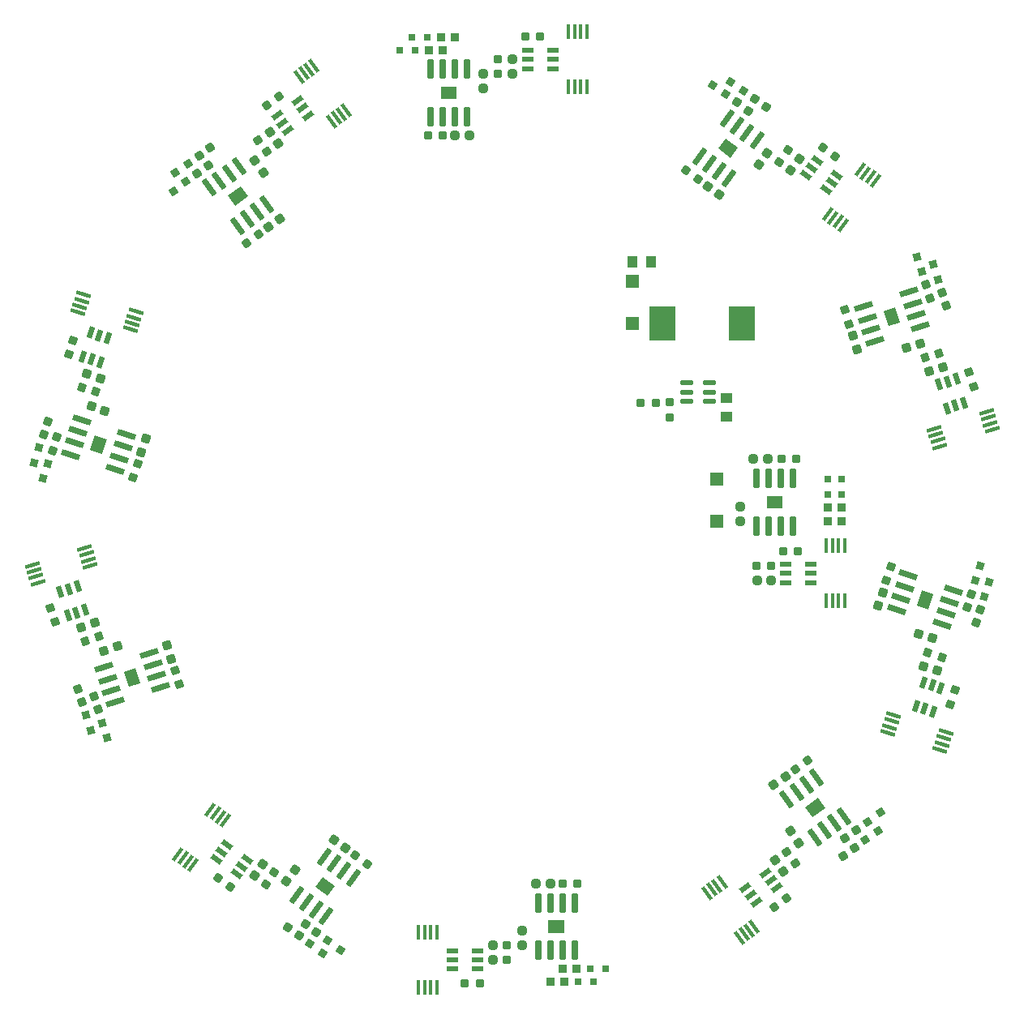
<source format=gtp>
G04*
G04 #@! TF.GenerationSoftware,Altium Limited,Altium Designer,23.3.1 (30)*
G04*
G04 Layer_Color=8421504*
%FSAX44Y44*%
%MOMM*%
G71*
G04*
G04 #@! TF.SameCoordinates,7327C3A3-A75D-4357-90E6-FA600F46672C*
G04*
G04*
G04 #@! TF.FilePolarity,Positive*
G04*
G01*
G75*
G04:AMPARAMS|DCode=16|XSize=1.97mm|YSize=0.6mm|CornerRadius=0.075mm|HoleSize=0mm|Usage=FLASHONLY|Rotation=270.000|XOffset=0mm|YOffset=0mm|HoleType=Round|Shape=RoundedRectangle|*
%AMROUNDEDRECTD16*
21,1,1.9700,0.4500,0,0,270.0*
21,1,1.8200,0.6000,0,0,270.0*
1,1,0.1500,-0.2250,-0.9100*
1,1,0.1500,-0.2250,0.9100*
1,1,0.1500,0.2250,0.9100*
1,1,0.1500,0.2250,-0.9100*
%
%ADD16ROUNDEDRECTD16*%
G04:AMPARAMS|DCode=17|XSize=1.97mm|YSize=0.6mm|CornerRadius=0.075mm|HoleSize=0mm|Usage=FLASHONLY|Rotation=53.903|XOffset=0mm|YOffset=0mm|HoleType=Round|Shape=RoundedRectangle|*
%AMROUNDEDRECTD17*
21,1,1.9700,0.4500,0,0,53.903*
21,1,1.8200,0.6000,0,0,53.903*
1,1,0.1500,0.7179,0.6027*
1,1,0.1500,-0.3543,-0.8679*
1,1,0.1500,-0.7179,-0.6027*
1,1,0.1500,0.3543,0.8679*
%
%ADD17ROUNDEDRECTD17*%
G04:AMPARAMS|DCode=18|XSize=1.97mm|YSize=0.6mm|CornerRadius=0.075mm|HoleSize=0mm|Usage=FLASHONLY|Rotation=17.883|XOffset=0mm|YOffset=0mm|HoleType=Round|Shape=RoundedRectangle|*
%AMROUNDEDRECTD18*
21,1,1.9700,0.4500,0,0,17.883*
21,1,1.8200,0.6000,0,0,17.883*
1,1,0.1500,0.9351,0.0653*
1,1,0.1500,-0.7969,-0.4936*
1,1,0.1500,-0.9351,-0.0653*
1,1,0.1500,0.7969,0.4936*
%
%ADD18ROUNDEDRECTD18*%
G04:AMPARAMS|DCode=19|XSize=1.97mm|YSize=0.6mm|CornerRadius=0.075mm|HoleSize=0mm|Usage=FLASHONLY|Rotation=341.912|XOffset=0mm|YOffset=0mm|HoleType=Round|Shape=RoundedRectangle|*
%AMROUNDEDRECTD19*
21,1,1.9700,0.4500,0,0,341.912*
21,1,1.8200,0.6000,0,0,341.912*
1,1,0.1500,0.7952,-0.4964*
1,1,0.1500,-0.9349,0.0687*
1,1,0.1500,-0.7952,0.4964*
1,1,0.1500,0.9349,-0.0687*
%
%ADD19ROUNDEDRECTD19*%
G04:AMPARAMS|DCode=20|XSize=1.97mm|YSize=0.6mm|CornerRadius=0.075mm|HoleSize=0mm|Usage=FLASHONLY|Rotation=305.897|XOffset=0mm|YOffset=0mm|HoleType=Round|Shape=RoundedRectangle|*
%AMROUNDEDRECTD20*
21,1,1.9700,0.4500,0,0,305.897*
21,1,1.8200,0.6000,0,0,305.897*
1,1,0.1500,0.3513,-0.8691*
1,1,0.1500,-0.7158,0.6052*
1,1,0.1500,-0.3513,0.8691*
1,1,0.1500,0.7158,-0.6052*
%
%ADD20ROUNDEDRECTD20*%
G04:AMPARAMS|DCode=21|XSize=1.97mm|YSize=0.6mm|CornerRadius=0.075mm|HoleSize=0mm|Usage=FLASHONLY|Rotation=197.828|XOffset=0mm|YOffset=0mm|HoleType=Round|Shape=RoundedRectangle|*
%AMROUNDEDRECTD21*
21,1,1.9700,0.4500,0,0,197.828*
21,1,1.8200,0.6000,0,0,197.828*
1,1,0.1500,-0.9352,-0.0644*
1,1,0.1500,0.7974,0.4928*
1,1,0.1500,0.9352,0.0644*
1,1,0.1500,-0.7974,-0.4928*
%
%ADD21ROUNDEDRECTD21*%
G04:AMPARAMS|DCode=22|XSize=1.97mm|YSize=0.6mm|CornerRadius=0.075mm|HoleSize=0mm|Usage=FLASHONLY|Rotation=161.962|XOffset=0mm|YOffset=0mm|HoleType=Round|Shape=RoundedRectangle|*
%AMROUNDEDRECTD22*
21,1,1.9700,0.4500,0,0,161.962*
21,1,1.8200,0.6000,0,0,161.962*
1,1,0.1500,-0.7956,0.4957*
1,1,0.1500,0.9349,-0.0678*
1,1,0.1500,0.7956,-0.4957*
1,1,0.1500,-0.9349,0.0678*
%
%ADD22ROUNDEDRECTD22*%
G04:AMPARAMS|DCode=23|XSize=1.97mm|YSize=0.6mm|CornerRadius=0.075mm|HoleSize=0mm|Usage=FLASHONLY|Rotation=126.021|XOffset=0mm|YOffset=0mm|HoleType=Round|Shape=RoundedRectangle|*
%AMROUNDEDRECTD23*
21,1,1.9700,0.4500,0,0,126.021*
21,1,1.8200,0.6000,0,0,126.021*
1,1,0.1500,-0.3532,0.8683*
1,1,0.1500,0.7171,-0.6037*
1,1,0.1500,0.3532,-0.8683*
1,1,0.1500,-0.7171,0.6037*
%
%ADD23ROUNDEDRECTD23*%
%ADD24R,1.4800X1.4400*%
%ADD25R,0.8000X0.8000*%
G04:AMPARAMS|DCode=26|XSize=0.9mm|YSize=0.9mm|CornerRadius=0.225mm|HoleSize=0mm|Usage=FLASHONLY|Rotation=90.000|XOffset=0mm|YOffset=0mm|HoleType=Round|Shape=RoundedRectangle|*
%AMROUNDEDRECTD26*
21,1,0.9000,0.4500,0,0,90.0*
21,1,0.4500,0.9000,0,0,90.0*
1,1,0.4500,0.2250,0.2250*
1,1,0.4500,0.2250,-0.2250*
1,1,0.4500,-0.2250,-0.2250*
1,1,0.4500,-0.2250,0.2250*
%
%ADD26ROUNDEDRECTD26*%
G04:AMPARAMS|DCode=27|XSize=0.9mm|YSize=0.9mm|CornerRadius=0.225mm|HoleSize=0mm|Usage=FLASHONLY|Rotation=216.021|XOffset=0mm|YOffset=0mm|HoleType=Round|Shape=RoundedRectangle|*
%AMROUNDEDRECTD27*
21,1,0.9000,0.4500,0,0,216.021*
21,1,0.4500,0.9000,0,0,216.021*
1,1,0.4500,-0.3143,0.0497*
1,1,0.4500,0.0497,0.3143*
1,1,0.4500,0.3143,-0.0497*
1,1,0.4500,-0.0497,-0.3143*
%
%ADD27ROUNDEDRECTD27*%
%ADD28P,1.1314X4X261.021*%
%ADD29R,0.8000X0.8000*%
G04:AMPARAMS|DCode=30|XSize=0.9mm|YSize=0.9mm|CornerRadius=0.225mm|HoleSize=0mm|Usage=FLASHONLY|Rotation=180.000|XOffset=0mm|YOffset=0mm|HoleType=Round|Shape=RoundedRectangle|*
%AMROUNDEDRECTD30*
21,1,0.9000,0.4500,0,0,180.0*
21,1,0.4500,0.9000,0,0,180.0*
1,1,0.4500,-0.2250,0.2250*
1,1,0.4500,0.2250,0.2250*
1,1,0.4500,0.2250,-0.2250*
1,1,0.4500,-0.2250,-0.2250*
%
%ADD30ROUNDEDRECTD30*%
%ADD31P,1.1314X4X188.903*%
G04:AMPARAMS|DCode=32|XSize=0.9mm|YSize=0.9mm|CornerRadius=0.225mm|HoleSize=0mm|Usage=FLASHONLY|Rotation=143.903|XOffset=0mm|YOffset=0mm|HoleType=Round|Shape=RoundedRectangle|*
%AMROUNDEDRECTD32*
21,1,0.9000,0.4500,0,0,143.903*
21,1,0.4500,0.9000,0,0,143.903*
1,1,0.4500,-0.0493,0.3144*
1,1,0.4500,0.3144,0.0493*
1,1,0.4500,0.0493,-0.3144*
1,1,0.4500,-0.3144,-0.0493*
%
%ADD32ROUNDEDRECTD32*%
%ADD33P,1.1314X4X152.883*%
G04:AMPARAMS|DCode=34|XSize=0.9mm|YSize=0.9mm|CornerRadius=0.225mm|HoleSize=0mm|Usage=FLASHONLY|Rotation=107.883|XOffset=0mm|YOffset=0mm|HoleType=Round|Shape=RoundedRectangle|*
%AMROUNDEDRECTD34*
21,1,0.9000,0.4500,0,0,107.883*
21,1,0.4500,0.9000,0,0,107.883*
1,1,0.4500,0.1450,0.2832*
1,1,0.4500,0.2832,-0.1450*
1,1,0.4500,-0.1450,-0.2832*
1,1,0.4500,-0.2832,0.1450*
%
%ADD34ROUNDEDRECTD34*%
%ADD35P,1.1314X4X116.912*%
G04:AMPARAMS|DCode=36|XSize=0.9mm|YSize=0.9mm|CornerRadius=0.225mm|HoleSize=0mm|Usage=FLASHONLY|Rotation=71.912|XOffset=0mm|YOffset=0mm|HoleType=Round|Shape=RoundedRectangle|*
%AMROUNDEDRECTD36*
21,1,0.9000,0.4500,0,0,71.912*
21,1,0.4500,0.9000,0,0,71.912*
1,1,0.4500,0.2837,0.1440*
1,1,0.4500,0.1440,-0.2837*
1,1,0.4500,-0.2837,-0.1440*
1,1,0.4500,-0.1440,0.2837*
%
%ADD36ROUNDEDRECTD36*%
%ADD37P,1.1314X4X80.897*%
G04:AMPARAMS|DCode=38|XSize=0.9mm|YSize=0.9mm|CornerRadius=0.225mm|HoleSize=0mm|Usage=FLASHONLY|Rotation=35.897|XOffset=0mm|YOffset=0mm|HoleType=Round|Shape=RoundedRectangle|*
%AMROUNDEDRECTD38*
21,1,0.9000,0.4500,0,0,35.897*
21,1,0.4500,0.9000,0,0,35.897*
1,1,0.4500,0.3142,-0.0503*
1,1,0.4500,-0.0503,-0.3142*
1,1,0.4500,-0.3142,0.0503*
1,1,0.4500,0.0503,0.3142*
%
%ADD38ROUNDEDRECTD38*%
%ADD39P,1.1314X4X332.828*%
G04:AMPARAMS|DCode=40|XSize=0.9mm|YSize=0.9mm|CornerRadius=0.225mm|HoleSize=0mm|Usage=FLASHONLY|Rotation=287.828|XOffset=0mm|YOffset=0mm|HoleType=Round|Shape=RoundedRectangle|*
%AMROUNDEDRECTD40*
21,1,0.9000,0.4500,0,0,287.828*
21,1,0.4500,0.9000,0,0,287.828*
1,1,0.4500,-0.1453,-0.2831*
1,1,0.4500,-0.2831,0.1453*
1,1,0.4500,0.1453,0.2831*
1,1,0.4500,0.2831,-0.1453*
%
%ADD40ROUNDEDRECTD40*%
%ADD41P,1.1314X4X296.962*%
G04:AMPARAMS|DCode=42|XSize=0.9mm|YSize=0.9mm|CornerRadius=0.225mm|HoleSize=0mm|Usage=FLASHONLY|Rotation=251.962|XOffset=0mm|YOffset=0mm|HoleType=Round|Shape=RoundedRectangle|*
%AMROUNDEDRECTD42*
21,1,0.9000,0.4500,0,0,251.962*
21,1,0.4500,0.9000,0,0,251.962*
1,1,0.4500,-0.2836,-0.1443*
1,1,0.4500,-0.1443,0.2836*
1,1,0.4500,0.2836,0.1443*
1,1,0.4500,0.1443,-0.2836*
%
%ADD42ROUNDEDRECTD42*%
G04:AMPARAMS|DCode=43|XSize=1.37mm|YSize=0.59mm|CornerRadius=0.1475mm|HoleSize=0mm|Usage=FLASHONLY|Rotation=0.000|XOffset=0mm|YOffset=0mm|HoleType=Round|Shape=RoundedRectangle|*
%AMROUNDEDRECTD43*
21,1,1.3700,0.2950,0,0,0.0*
21,1,1.0750,0.5900,0,0,0.0*
1,1,0.2950,0.5375,-0.1475*
1,1,0.2950,-0.5375,-0.1475*
1,1,0.2950,-0.5375,0.1475*
1,1,0.2950,0.5375,0.1475*
%
%ADD43ROUNDEDRECTD43*%
%ADD44R,2.7000X3.6000*%
G04:AMPARAMS|DCode=45|XSize=0.55mm|YSize=1.2mm|CornerRadius=0mm|HoleSize=0mm|Usage=FLASHONLY|Rotation=197.828|XOffset=0mm|YOffset=0mm|HoleType=Round|Shape=Rectangle|*
%AMROTATEDRECTD45*
4,1,4,0.0781,0.6554,0.4455,-0.4870,-0.0781,-0.6554,-0.4455,0.4870,0.0781,0.6554,0.0*
%
%ADD45ROTATEDRECTD45*%

G04:AMPARAMS|DCode=46|XSize=0.9mm|YSize=0.85mm|CornerRadius=0.2125mm|HoleSize=0mm|Usage=FLASHONLY|Rotation=197.828|XOffset=0mm|YOffset=0mm|HoleType=Round|Shape=RoundedRectangle|*
%AMROUNDEDRECTD46*
21,1,0.9000,0.4250,0,0,197.828*
21,1,0.4750,0.8500,0,0,197.828*
1,1,0.4250,-0.2912,0.1296*
1,1,0.4250,0.1610,0.2750*
1,1,0.4250,0.2912,-0.1296*
1,1,0.4250,-0.1610,-0.2750*
%
%ADD46ROUNDEDRECTD46*%
G04:AMPARAMS|DCode=47|XSize=0.9mm|YSize=0.85mm|CornerRadius=0.2125mm|HoleSize=0mm|Usage=FLASHONLY|Rotation=107.828|XOffset=0mm|YOffset=0mm|HoleType=Round|Shape=RoundedRectangle|*
%AMROUNDEDRECTD47*
21,1,0.9000,0.4250,0,0,107.828*
21,1,0.4750,0.8500,0,0,107.828*
1,1,0.4250,0.1296,0.2912*
1,1,0.4250,0.2750,-0.1610*
1,1,0.4250,-0.1296,-0.2912*
1,1,0.4250,-0.2750,0.1610*
%
%ADD47ROUNDEDRECTD47*%
G04:AMPARAMS|DCode=48|XSize=0.38mm|YSize=1.56mm|CornerRadius=0mm|HoleSize=0mm|Usage=FLASHONLY|Rotation=287.828|XOffset=0mm|YOffset=0mm|HoleType=Round|Shape=Rectangle|*
%AMROTATEDRECTD48*
4,1,4,-0.8007,-0.0579,0.6844,0.4197,0.8007,0.0579,-0.6844,-0.4197,-0.8007,-0.0579,0.0*
%
%ADD48ROTATEDRECTD48*%

G04:AMPARAMS|DCode=49|XSize=0.95mm|YSize=0.95mm|CornerRadius=0.2375mm|HoleSize=0mm|Usage=FLASHONLY|Rotation=287.828|XOffset=0mm|YOffset=0mm|HoleType=Round|Shape=RoundedRectangle|*
%AMROUNDEDRECTD49*
21,1,0.9500,0.4750,0,0,287.828*
21,1,0.4750,0.9500,0,0,287.828*
1,1,0.4750,-0.1534,-0.2988*
1,1,0.4750,-0.2988,0.1534*
1,1,0.4750,0.1534,0.2988*
1,1,0.4750,0.2988,-0.1534*
%
%ADD49ROUNDEDRECTD49*%
G04:AMPARAMS|DCode=50|XSize=0.95mm|YSize=0.95mm|CornerRadius=0.2375mm|HoleSize=0mm|Usage=FLASHONLY|Rotation=197.828|XOffset=0mm|YOffset=0mm|HoleType=Round|Shape=RoundedRectangle|*
%AMROUNDEDRECTD50*
21,1,0.9500,0.4750,0,0,197.828*
21,1,0.4750,0.9500,0,0,197.828*
1,1,0.4750,-0.2988,0.1534*
1,1,0.4750,0.1534,0.2988*
1,1,0.4750,0.2988,-0.1534*
1,1,0.4750,-0.1534,-0.2988*
%
%ADD50ROUNDEDRECTD50*%
G04:AMPARAMS|DCode=51|XSize=0.38mm|YSize=1.56mm|CornerRadius=0mm|HoleSize=0mm|Usage=FLASHONLY|Rotation=323.903|XOffset=0mm|YOffset=0mm|HoleType=Round|Shape=Rectangle|*
%AMROTATEDRECTD51*
4,1,4,-0.6131,-0.5183,0.3060,0.7422,0.6131,0.5183,-0.3060,-0.7422,-0.6131,-0.5183,0.0*
%
%ADD51ROTATEDRECTD51*%

G04:AMPARAMS|DCode=52|XSize=0.9mm|YSize=0.85mm|CornerRadius=0.2125mm|HoleSize=0mm|Usage=FLASHONLY|Rotation=233.903|XOffset=0mm|YOffset=0mm|HoleType=Round|Shape=RoundedRectangle|*
%AMROUNDEDRECTD52*
21,1,0.9000,0.4250,0,0,233.903*
21,1,0.4750,0.8500,0,0,233.903*
1,1,0.4250,-0.3116,-0.0667*
1,1,0.4250,-0.0318,0.3171*
1,1,0.4250,0.3116,0.0667*
1,1,0.4250,0.0318,-0.3171*
%
%ADD52ROUNDEDRECTD52*%
G04:AMPARAMS|DCode=53|XSize=0.9mm|YSize=0.85mm|CornerRadius=0.2125mm|HoleSize=0mm|Usage=FLASHONLY|Rotation=143.903|XOffset=0mm|YOffset=0mm|HoleType=Round|Shape=RoundedRectangle|*
%AMROUNDEDRECTD53*
21,1,0.9000,0.4250,0,0,143.903*
21,1,0.4750,0.8500,0,0,143.903*
1,1,0.4250,-0.0667,0.3116*
1,1,0.4250,0.3171,0.0318*
1,1,0.4250,0.0667,-0.3116*
1,1,0.4250,-0.3171,-0.0318*
%
%ADD53ROUNDEDRECTD53*%
G04:AMPARAMS|DCode=54|XSize=0.55mm|YSize=1.2mm|CornerRadius=0mm|HoleSize=0mm|Usage=FLASHONLY|Rotation=233.903|XOffset=0mm|YOffset=0mm|HoleType=Round|Shape=Rectangle|*
%AMROTATEDRECTD54*
4,1,4,-0.3228,0.5757,0.6468,-0.1313,0.3228,-0.5757,-0.6468,0.1313,-0.3228,0.5757,0.0*
%
%ADD54ROTATEDRECTD54*%

G04:AMPARAMS|DCode=55|XSize=0.95mm|YSize=0.95mm|CornerRadius=0.2375mm|HoleSize=0mm|Usage=FLASHONLY|Rotation=233.903|XOffset=0mm|YOffset=0mm|HoleType=Round|Shape=RoundedRectangle|*
%AMROUNDEDRECTD55*
21,1,0.9500,0.4750,0,0,233.903*
21,1,0.4750,0.9500,0,0,233.903*
1,1,0.4750,-0.3318,-0.0520*
1,1,0.4750,-0.0520,0.3318*
1,1,0.4750,0.3318,0.0520*
1,1,0.4750,0.0520,-0.3318*
%
%ADD55ROUNDEDRECTD55*%
G04:AMPARAMS|DCode=56|XSize=0.95mm|YSize=0.95mm|CornerRadius=0.2375mm|HoleSize=0mm|Usage=FLASHONLY|Rotation=323.903|XOffset=0mm|YOffset=0mm|HoleType=Round|Shape=RoundedRectangle|*
%AMROUNDEDRECTD56*
21,1,0.9500,0.4750,0,0,323.903*
21,1,0.4750,0.9500,0,0,323.903*
1,1,0.4750,0.0520,-0.3318*
1,1,0.4750,-0.3318,-0.0520*
1,1,0.4750,-0.0520,0.3318*
1,1,0.4750,0.3318,0.0520*
%
%ADD56ROUNDEDRECTD56*%
G04:AMPARAMS|DCode=57|XSize=0.95mm|YSize=0.95mm|CornerRadius=0.2375mm|HoleSize=0mm|Usage=FLASHONLY|Rotation=323.903|XOffset=0mm|YOffset=0mm|HoleType=Round|Shape=RoundedRectangle|*
%AMROUNDEDRECTD57*
21,1,0.9500,0.4750,0,0,323.903*
21,1,0.4750,0.9500,0,0,323.903*
1,1,0.4750,0.0520,-0.3318*
1,1,0.4750,-0.3318,-0.0520*
1,1,0.4750,-0.0520,0.3318*
1,1,0.4750,0.3318,0.0520*
%
%ADD57ROUNDEDRECTD57*%
G04:AMPARAMS|DCode=58|XSize=0.38mm|YSize=1.56mm|CornerRadius=0mm|HoleSize=0mm|Usage=FLASHONLY|Rotation=35.897|XOffset=0mm|YOffset=0mm|HoleType=Round|Shape=Rectangle|*
%AMROTATEDRECTD58*
4,1,4,0.3034,-0.7433,-0.6113,0.5204,-0.3034,0.7433,0.6113,-0.5204,0.3034,-0.7433,0.0*
%
%ADD58ROTATEDRECTD58*%

G04:AMPARAMS|DCode=59|XSize=0.55mm|YSize=1.2mm|CornerRadius=0mm|HoleSize=0mm|Usage=FLASHONLY|Rotation=305.897|XOffset=0mm|YOffset=0mm|HoleType=Round|Shape=Rectangle|*
%AMROTATEDRECTD59*
4,1,4,-0.6473,-0.1290,0.3248,0.5746,0.6473,0.1290,-0.3248,-0.5746,-0.6473,-0.1290,0.0*
%
%ADD59ROTATEDRECTD59*%

G04:AMPARAMS|DCode=60|XSize=0.95mm|YSize=0.95mm|CornerRadius=0.2375mm|HoleSize=0mm|Usage=FLASHONLY|Rotation=305.897|XOffset=0mm|YOffset=0mm|HoleType=Round|Shape=RoundedRectangle|*
%AMROUNDEDRECTD60*
21,1,0.9500,0.4750,0,0,305.897*
21,1,0.4750,0.9500,0,0,305.897*
1,1,0.4750,-0.0531,-0.3317*
1,1,0.4750,-0.3317,0.0531*
1,1,0.4750,0.0531,0.3317*
1,1,0.4750,0.3317,-0.0531*
%
%ADD60ROUNDEDRECTD60*%
G04:AMPARAMS|DCode=61|XSize=0.9mm|YSize=0.85mm|CornerRadius=0.2125mm|HoleSize=0mm|Usage=FLASHONLY|Rotation=305.897|XOffset=0mm|YOffset=0mm|HoleType=Round|Shape=RoundedRectangle|*
%AMROUNDEDRECTD61*
21,1,0.9000,0.4250,0,0,305.897*
21,1,0.4750,0.8500,0,0,305.897*
1,1,0.4250,-0.0329,-0.3170*
1,1,0.4250,-0.3114,0.0678*
1,1,0.4250,0.0329,0.3170*
1,1,0.4250,0.3114,-0.0678*
%
%ADD61ROUNDEDRECTD61*%
G04:AMPARAMS|DCode=62|XSize=0.95mm|YSize=0.95mm|CornerRadius=0.2375mm|HoleSize=0mm|Usage=FLASHONLY|Rotation=35.897|XOffset=0mm|YOffset=0mm|HoleType=Round|Shape=RoundedRectangle|*
%AMROUNDEDRECTD62*
21,1,0.9500,0.4750,0,0,35.897*
21,1,0.4750,0.9500,0,0,35.897*
1,1,0.4750,0.3317,-0.0531*
1,1,0.4750,-0.0531,-0.3317*
1,1,0.4750,-0.3317,0.0531*
1,1,0.4750,0.0531,0.3317*
%
%ADD62ROUNDEDRECTD62*%
G04:AMPARAMS|DCode=63|XSize=0.9mm|YSize=0.85mm|CornerRadius=0.2125mm|HoleSize=0mm|Usage=FLASHONLY|Rotation=215.897|XOffset=0mm|YOffset=0mm|HoleType=Round|Shape=RoundedRectangle|*
%AMROUNDEDRECTD63*
21,1,0.9000,0.4250,0,0,215.897*
21,1,0.4750,0.8500,0,0,215.897*
1,1,0.4250,-0.3170,0.0329*
1,1,0.4250,0.0678,0.3114*
1,1,0.4250,0.3170,-0.0329*
1,1,0.4250,-0.0678,-0.3114*
%
%ADD63ROUNDEDRECTD63*%
G04:AMPARAMS|DCode=64|XSize=0.95mm|YSize=0.95mm|CornerRadius=0.2375mm|HoleSize=0mm|Usage=FLASHONLY|Rotation=35.897|XOffset=0mm|YOffset=0mm|HoleType=Round|Shape=RoundedRectangle|*
%AMROUNDEDRECTD64*
21,1,0.9500,0.4750,0,0,35.897*
21,1,0.4750,0.9500,0,0,35.897*
1,1,0.4750,0.3317,-0.0531*
1,1,0.4750,-0.0531,-0.3317*
1,1,0.4750,-0.3317,0.0531*
1,1,0.4750,0.0531,0.3317*
%
%ADD64ROUNDEDRECTD64*%
G04:AMPARAMS|DCode=65|XSize=0.95mm|YSize=0.95mm|CornerRadius=0.2375mm|HoleSize=0mm|Usage=FLASHONLY|Rotation=126.021|XOffset=0mm|YOffset=0mm|HoleType=Round|Shape=RoundedRectangle|*
%AMROUNDEDRECTD65*
21,1,0.9500,0.4750,0,0,126.021*
21,1,0.4750,0.9500,0,0,126.021*
1,1,0.4750,0.0524,0.3318*
1,1,0.4750,0.3318,-0.0524*
1,1,0.4750,-0.0524,-0.3318*
1,1,0.4750,-0.3318,0.0524*
%
%ADD65ROUNDEDRECTD65*%
G04:AMPARAMS|DCode=66|XSize=0.9mm|YSize=0.85mm|CornerRadius=0.2125mm|HoleSize=0mm|Usage=FLASHONLY|Rotation=126.021|XOffset=0mm|YOffset=0mm|HoleType=Round|Shape=RoundedRectangle|*
%AMROUNDEDRECTD66*
21,1,0.9000,0.4250,0,0,126.021*
21,1,0.4750,0.8500,0,0,126.021*
1,1,0.4250,0.0322,0.3171*
1,1,0.4250,0.3115,-0.0671*
1,1,0.4250,-0.0322,-0.3171*
1,1,0.4250,-0.3115,0.0671*
%
%ADD66ROUNDEDRECTD66*%
G04:AMPARAMS|DCode=67|XSize=0.95mm|YSize=0.95mm|CornerRadius=0.2375mm|HoleSize=0mm|Usage=FLASHONLY|Rotation=216.021|XOffset=0mm|YOffset=0mm|HoleType=Round|Shape=RoundedRectangle|*
%AMROUNDEDRECTD67*
21,1,0.9500,0.4750,0,0,216.021*
21,1,0.4750,0.9500,0,0,216.021*
1,1,0.4750,-0.3318,0.0524*
1,1,0.4750,0.0524,0.3318*
1,1,0.4750,0.3318,-0.0524*
1,1,0.4750,-0.0524,-0.3318*
%
%ADD67ROUNDEDRECTD67*%
G04:AMPARAMS|DCode=68|XSize=0.55mm|YSize=1.2mm|CornerRadius=0mm|HoleSize=0mm|Usage=FLASHONLY|Rotation=126.021|XOffset=0mm|YOffset=0mm|HoleType=Round|Shape=Rectangle|*
%AMROTATEDRECTD68*
4,1,4,0.6470,0.1304,-0.3236,-0.5753,-0.6470,-0.1304,0.3236,0.5753,0.6470,0.1304,0.0*
%
%ADD68ROTATEDRECTD68*%

G04:AMPARAMS|DCode=69|XSize=0.9mm|YSize=0.85mm|CornerRadius=0.2125mm|HoleSize=0mm|Usage=FLASHONLY|Rotation=36.021|XOffset=0mm|YOffset=0mm|HoleType=Round|Shape=RoundedRectangle|*
%AMROUNDEDRECTD69*
21,1,0.9000,0.4250,0,0,36.021*
21,1,0.4750,0.8500,0,0,36.021*
1,1,0.4250,0.3171,-0.0322*
1,1,0.4250,-0.0671,-0.3115*
1,1,0.4250,-0.3171,0.0322*
1,1,0.4250,0.0671,0.3115*
%
%ADD69ROUNDEDRECTD69*%
G04:AMPARAMS|DCode=70|XSize=0.38mm|YSize=1.56mm|CornerRadius=0mm|HoleSize=0mm|Usage=FLASHONLY|Rotation=216.021|XOffset=0mm|YOffset=0mm|HoleType=Round|Shape=Rectangle|*
%AMROTATEDRECTD70*
4,1,4,-0.3050,0.7426,0.6124,-0.5191,0.3050,-0.7426,-0.6124,0.5191,-0.3050,0.7426,0.0*
%
%ADD70ROTATEDRECTD70*%

%ADD71R,0.3800X1.5600*%
%ADD72R,1.2000X0.5500*%
G04:AMPARAMS|DCode=73|XSize=0.9mm|YSize=0.85mm|CornerRadius=0.2125mm|HoleSize=0mm|Usage=FLASHONLY|Rotation=270.000|XOffset=0mm|YOffset=0mm|HoleType=Round|Shape=RoundedRectangle|*
%AMROUNDEDRECTD73*
21,1,0.9000,0.4250,0,0,270.0*
21,1,0.4750,0.8500,0,0,270.0*
1,1,0.4250,-0.2125,-0.2375*
1,1,0.4250,-0.2125,0.2375*
1,1,0.4250,0.2125,0.2375*
1,1,0.4250,0.2125,-0.2375*
%
%ADD73ROUNDEDRECTD73*%
G04:AMPARAMS|DCode=74|XSize=0.95mm|YSize=0.95mm|CornerRadius=0.2375mm|HoleSize=0mm|Usage=FLASHONLY|Rotation=270.000|XOffset=0mm|YOffset=0mm|HoleType=Round|Shape=RoundedRectangle|*
%AMROUNDEDRECTD74*
21,1,0.9500,0.4750,0,0,270.0*
21,1,0.4750,0.9500,0,0,270.0*
1,1,0.4750,-0.2375,-0.2375*
1,1,0.4750,-0.2375,0.2375*
1,1,0.4750,0.2375,0.2375*
1,1,0.4750,0.2375,-0.2375*
%
%ADD74ROUNDEDRECTD74*%
G04:AMPARAMS|DCode=75|XSize=0.95mm|YSize=0.95mm|CornerRadius=0.2375mm|HoleSize=0mm|Usage=FLASHONLY|Rotation=0.000|XOffset=0mm|YOffset=0mm|HoleType=Round|Shape=RoundedRectangle|*
%AMROUNDEDRECTD75*
21,1,0.9500,0.4750,0,0,0.0*
21,1,0.4750,0.9500,0,0,0.0*
1,1,0.4750,0.2375,-0.2375*
1,1,0.4750,-0.2375,-0.2375*
1,1,0.4750,-0.2375,0.2375*
1,1,0.4750,0.2375,0.2375*
%
%ADD75ROUNDEDRECTD75*%
G04:AMPARAMS|DCode=76|XSize=0.9mm|YSize=0.85mm|CornerRadius=0.2125mm|HoleSize=0mm|Usage=FLASHONLY|Rotation=180.000|XOffset=0mm|YOffset=0mm|HoleType=Round|Shape=RoundedRectangle|*
%AMROUNDEDRECTD76*
21,1,0.9000,0.4250,0,0,180.0*
21,1,0.4750,0.8500,0,0,180.0*
1,1,0.4250,-0.2375,0.2125*
1,1,0.4250,0.2375,0.2125*
1,1,0.4250,0.2375,-0.2125*
1,1,0.4250,-0.2375,-0.2125*
%
%ADD76ROUNDEDRECTD76*%
G04:AMPARAMS|DCode=77|XSize=0.38mm|YSize=1.56mm|CornerRadius=0mm|HoleSize=0mm|Usage=FLASHONLY|Rotation=107.883|XOffset=0mm|YOffset=0mm|HoleType=Round|Shape=Rectangle|*
%AMROTATEDRECTD77*
4,1,4,0.8007,0.0587,-0.6840,-0.4203,-0.8007,-0.0587,0.6840,0.4203,0.8007,0.0587,0.0*
%
%ADD77ROTATEDRECTD77*%

G04:AMPARAMS|DCode=78|XSize=0.38mm|YSize=1.56mm|CornerRadius=0mm|HoleSize=0mm|Usage=FLASHONLY|Rotation=71.912|XOffset=0mm|YOffset=0mm|HoleType=Round|Shape=Rectangle|*
%AMROTATEDRECTD78*
4,1,4,0.6825,-0.4228,-0.8005,0.0616,-0.6825,0.4228,0.8005,-0.0616,0.6825,-0.4228,0.0*
%
%ADD78ROTATEDRECTD78*%

G04:AMPARAMS|DCode=79|XSize=0.38mm|YSize=1.56mm|CornerRadius=0mm|HoleSize=0mm|Usage=FLASHONLY|Rotation=251.962|XOffset=0mm|YOffset=0mm|HoleType=Round|Shape=Rectangle|*
%AMROTATEDRECTD79*
4,1,4,-0.6828,0.4222,0.8005,-0.0609,0.6828,-0.4222,-0.8005,0.0609,-0.6828,0.4222,0.0*
%
%ADD79ROTATEDRECTD79*%

%ADD80R,1.0000X1.2500*%
G04:AMPARAMS|DCode=81|XSize=0.95mm|YSize=0.95mm|CornerRadius=0.2375mm|HoleSize=0mm|Usage=FLASHONLY|Rotation=17.883|XOffset=0mm|YOffset=0mm|HoleType=Round|Shape=RoundedRectangle|*
%AMROUNDEDRECTD81*
21,1,0.9500,0.4750,0,0,17.883*
21,1,0.4750,0.9500,0,0,17.883*
1,1,0.4750,0.2990,-0.1531*
1,1,0.4750,-0.1531,-0.2990*
1,1,0.4750,-0.2990,0.1531*
1,1,0.4750,0.1531,0.2990*
%
%ADD81ROUNDEDRECTD81*%
G04:AMPARAMS|DCode=82|XSize=0.9mm|YSize=0.85mm|CornerRadius=0.2125mm|HoleSize=0mm|Usage=FLASHONLY|Rotation=17.883|XOffset=0mm|YOffset=0mm|HoleType=Round|Shape=RoundedRectangle|*
%AMROUNDEDRECTD82*
21,1,0.9000,0.4250,0,0,17.883*
21,1,0.4750,0.8500,0,0,17.883*
1,1,0.4250,0.2913,-0.1293*
1,1,0.4250,-0.1608,-0.2752*
1,1,0.4250,-0.2913,0.1293*
1,1,0.4250,0.1608,0.2752*
%
%ADD82ROUNDEDRECTD82*%
G04:AMPARAMS|DCode=83|XSize=0.55mm|YSize=1.2mm|CornerRadius=0mm|HoleSize=0mm|Usage=FLASHONLY|Rotation=17.883|XOffset=0mm|YOffset=0mm|HoleType=Round|Shape=Rectangle|*
%AMROTATEDRECTD83*
4,1,4,-0.0775,-0.6555,-0.4460,0.4866,0.0775,0.6555,0.4460,-0.4866,-0.0775,-0.6555,0.0*
%
%ADD83ROTATEDRECTD83*%

G04:AMPARAMS|DCode=84|XSize=0.95mm|YSize=0.95mm|CornerRadius=0.2375mm|HoleSize=0mm|Usage=FLASHONLY|Rotation=107.883|XOffset=0mm|YOffset=0mm|HoleType=Round|Shape=RoundedRectangle|*
%AMROUNDEDRECTD84*
21,1,0.9500,0.4750,0,0,107.883*
21,1,0.4750,0.9500,0,0,107.883*
1,1,0.4750,0.1531,0.2990*
1,1,0.4750,0.2990,-0.1531*
1,1,0.4750,-0.1531,-0.2990*
1,1,0.4750,-0.2990,0.1531*
%
%ADD84ROUNDEDRECTD84*%
G04:AMPARAMS|DCode=85|XSize=0.9mm|YSize=0.85mm|CornerRadius=0.2125mm|HoleSize=0mm|Usage=FLASHONLY|Rotation=287.883|XOffset=0mm|YOffset=0mm|HoleType=Round|Shape=RoundedRectangle|*
%AMROUNDEDRECTD85*
21,1,0.9000,0.4250,0,0,287.883*
21,1,0.4750,0.8500,0,0,287.883*
1,1,0.4250,-0.1293,-0.2913*
1,1,0.4250,-0.2752,0.1608*
1,1,0.4250,0.1293,0.2913*
1,1,0.4250,0.2752,-0.1608*
%
%ADD85ROUNDEDRECTD85*%
G04:AMPARAMS|DCode=86|XSize=0.95mm|YSize=0.95mm|CornerRadius=0.2375mm|HoleSize=0mm|Usage=FLASHONLY|Rotation=107.883|XOffset=0mm|YOffset=0mm|HoleType=Round|Shape=RoundedRectangle|*
%AMROUNDEDRECTD86*
21,1,0.9500,0.4750,0,0,107.883*
21,1,0.4750,0.9500,0,0,107.883*
1,1,0.4750,0.1531,0.2990*
1,1,0.4750,0.2990,-0.1531*
1,1,0.4750,-0.1531,-0.2990*
1,1,0.4750,-0.2990,0.1531*
%
%ADD86ROUNDEDRECTD86*%
G04:AMPARAMS|DCode=87|XSize=0.95mm|YSize=0.95mm|CornerRadius=0.2375mm|HoleSize=0mm|Usage=FLASHONLY|Rotation=251.962|XOffset=0mm|YOffset=0mm|HoleType=Round|Shape=RoundedRectangle|*
%AMROUNDEDRECTD87*
21,1,0.9500,0.4750,0,0,251.962*
21,1,0.4750,0.9500,0,0,251.962*
1,1,0.4750,-0.2994,-0.1523*
1,1,0.4750,-0.1523,0.2994*
1,1,0.4750,0.2994,0.1523*
1,1,0.4750,0.1523,-0.2994*
%
%ADD87ROUNDEDRECTD87*%
G04:AMPARAMS|DCode=88|XSize=0.55mm|YSize=1.2mm|CornerRadius=0mm|HoleSize=0mm|Usage=FLASHONLY|Rotation=161.962|XOffset=0mm|YOffset=0mm|HoleType=Round|Shape=Rectangle|*
%AMROTATEDRECTD88*
4,1,4,0.4473,0.4854,0.0757,-0.6557,-0.4473,-0.4854,-0.0757,0.6557,0.4473,0.4854,0.0*
%
%ADD88ROTATEDRECTD88*%

G04:AMPARAMS|DCode=89|XSize=0.9mm|YSize=0.85mm|CornerRadius=0.2125mm|HoleSize=0mm|Usage=FLASHONLY|Rotation=161.962|XOffset=0mm|YOffset=0mm|HoleType=Round|Shape=RoundedRectangle|*
%AMROUNDEDRECTD89*
21,1,0.9000,0.4250,0,0,161.962*
21,1,0.4750,0.8500,0,0,161.962*
1,1,0.4250,-0.1600,0.2756*
1,1,0.4250,0.2916,0.1285*
1,1,0.4250,0.1600,-0.2756*
1,1,0.4250,-0.2916,-0.1285*
%
%ADD89ROUNDEDRECTD89*%
G04:AMPARAMS|DCode=90|XSize=0.9mm|YSize=0.85mm|CornerRadius=0.2125mm|HoleSize=0mm|Usage=FLASHONLY|Rotation=71.962|XOffset=0mm|YOffset=0mm|HoleType=Round|Shape=RoundedRectangle|*
%AMROUNDEDRECTD90*
21,1,0.9000,0.4250,0,0,71.962*
21,1,0.4750,0.8500,0,0,71.962*
1,1,0.4250,0.2756,0.1600*
1,1,0.4250,0.1285,-0.2916*
1,1,0.4250,-0.2756,-0.1600*
1,1,0.4250,-0.1285,0.2916*
%
%ADD90ROUNDEDRECTD90*%
G04:AMPARAMS|DCode=91|XSize=0.95mm|YSize=0.95mm|CornerRadius=0.2375mm|HoleSize=0mm|Usage=FLASHONLY|Rotation=161.962|XOffset=0mm|YOffset=0mm|HoleType=Round|Shape=RoundedRectangle|*
%AMROUNDEDRECTD91*
21,1,0.9500,0.4750,0,0,161.962*
21,1,0.4750,0.9500,0,0,161.962*
1,1,0.4750,-0.1523,0.2994*
1,1,0.4750,0.2994,0.1523*
1,1,0.4750,0.1523,-0.2994*
1,1,0.4750,-0.2994,-0.1523*
%
%ADD91ROUNDEDRECTD91*%
G04:AMPARAMS|DCode=92|XSize=0.9mm|YSize=0.85mm|CornerRadius=0.2125mm|HoleSize=0mm|Usage=FLASHONLY|Rotation=341.912|XOffset=0mm|YOffset=0mm|HoleType=Round|Shape=RoundedRectangle|*
%AMROUNDEDRECTD92*
21,1,0.9000,0.4250,0,0,341.912*
21,1,0.4750,0.8500,0,0,341.912*
1,1,0.4250,0.1598,-0.2757*
1,1,0.4250,-0.2917,-0.1283*
1,1,0.4250,-0.1598,0.2757*
1,1,0.4250,0.2917,0.1283*
%
%ADD92ROUNDEDRECTD92*%
G04:AMPARAMS|DCode=93|XSize=0.55mm|YSize=1.2mm|CornerRadius=0mm|HoleSize=0mm|Usage=FLASHONLY|Rotation=341.912|XOffset=0mm|YOffset=0mm|HoleType=Round|Shape=Rectangle|*
%AMROTATEDRECTD93*
4,1,4,-0.4477,-0.4850,-0.0751,0.6557,0.4477,0.4850,0.0751,-0.6557,-0.4477,-0.4850,0.0*
%
%ADD93ROTATEDRECTD93*%

G04:AMPARAMS|DCode=94|XSize=0.95mm|YSize=0.95mm|CornerRadius=0.2375mm|HoleSize=0mm|Usage=FLASHONLY|Rotation=341.912|XOffset=0mm|YOffset=0mm|HoleType=Round|Shape=RoundedRectangle|*
%AMROUNDEDRECTD94*
21,1,0.9500,0.4750,0,0,341.912*
21,1,0.4750,0.9500,0,0,341.912*
1,1,0.4750,0.1520,-0.2995*
1,1,0.4750,-0.2995,-0.1520*
1,1,0.4750,-0.1520,0.2995*
1,1,0.4750,0.2995,0.1520*
%
%ADD94ROUNDEDRECTD94*%
G04:AMPARAMS|DCode=95|XSize=0.95mm|YSize=0.95mm|CornerRadius=0.2375mm|HoleSize=0mm|Usage=FLASHONLY|Rotation=71.912|XOffset=0mm|YOffset=0mm|HoleType=Round|Shape=RoundedRectangle|*
%AMROUNDEDRECTD95*
21,1,0.9500,0.4750,0,0,71.912*
21,1,0.4750,0.9500,0,0,71.912*
1,1,0.4750,0.2995,0.1520*
1,1,0.4750,0.1520,-0.2995*
1,1,0.4750,-0.2995,-0.1520*
1,1,0.4750,-0.1520,0.2995*
%
%ADD95ROUNDEDRECTD95*%
G04:AMPARAMS|DCode=96|XSize=0.95mm|YSize=0.95mm|CornerRadius=0.2375mm|HoleSize=0mm|Usage=FLASHONLY|Rotation=71.912|XOffset=0mm|YOffset=0mm|HoleType=Round|Shape=RoundedRectangle|*
%AMROUNDEDRECTD96*
21,1,0.9500,0.4750,0,0,71.912*
21,1,0.4750,0.9500,0,0,71.912*
1,1,0.4750,0.2995,0.1520*
1,1,0.4750,0.1520,-0.2995*
1,1,0.4750,-0.2995,-0.1520*
1,1,0.4750,-0.1520,0.2995*
%
%ADD96ROUNDEDRECTD96*%
G04:AMPARAMS|DCode=97|XSize=0.9mm|YSize=0.85mm|CornerRadius=0.2125mm|HoleSize=0mm|Usage=FLASHONLY|Rotation=251.912|XOffset=0mm|YOffset=0mm|HoleType=Round|Shape=RoundedRectangle|*
%AMROUNDEDRECTD97*
21,1,0.9000,0.4250,0,0,251.912*
21,1,0.4750,0.8500,0,0,251.912*
1,1,0.4250,-0.2757,-0.1598*
1,1,0.4250,-0.1283,0.2917*
1,1,0.4250,0.2757,0.1598*
1,1,0.4250,0.1283,-0.2917*
%
%ADD97ROUNDEDRECTD97*%
%ADD98R,1.2500X1.0000*%
G36*
X00424847Y00237517D02*
X00432448Y00247941D01*
X00445699Y00238279D01*
X00438099Y00227855D01*
X00424847Y00237517D01*
D02*
G37*
G36*
X00225079Y00461821D02*
X00237360Y00465770D01*
X00242381Y00450158D01*
X00230100Y00446208D01*
X00225079Y00461821D01*
D02*
G37*
G36*
X00668464Y00189619D02*
Y00202519D01*
X00684864D01*
Y00189619D01*
X00668464D01*
D02*
G37*
G36*
X00944427Y00310340D02*
X00936863Y00320790D01*
X00950148Y00330406D01*
X00957712Y00319956D01*
X00944427Y00310340D01*
D02*
G37*
G36*
X01065443Y00527466D02*
X01053180Y00531471D01*
X01058272Y00547060D01*
X01070535Y00543055D01*
X01065443Y00527466D01*
D02*
G37*
G36*
X00195111Y00709258D02*
X00207377Y00705264D01*
X00202299Y00689670D01*
X00190033Y00693664D01*
X00195111Y00709258D01*
D02*
G37*
G36*
X00347194Y00969011D02*
X00354780Y00958577D01*
X00341516Y00948933D01*
X00333930Y00959367D01*
X00347194Y00969011D01*
D02*
G37*
G36*
X00572747Y01073395D02*
Y01060496D01*
X00556347D01*
Y01073395D01*
X00572747D01*
D02*
G37*
G36*
X00896560Y00632922D02*
Y00645822D01*
X00912961D01*
Y00632922D01*
X00896560D01*
D02*
G37*
G36*
X01035708Y00827033D02*
X01023432Y00823071D01*
X01018396Y00838679D01*
X01030672Y00842640D01*
X01035708Y00827033D01*
D02*
G37*
G36*
X00866569Y01009235D02*
X00858969Y00998811D01*
X00845717Y01008473D01*
X00853317Y01018897D01*
X00866569Y01009235D01*
D02*
G37*
D16*
X00923810Y00664122D02*
D03*
X00911110D02*
D03*
X00898410D02*
D03*
X00885710D02*
D03*
Y00614622D02*
D03*
X00898410D02*
D03*
X00911110D02*
D03*
X00923810D02*
D03*
X00695714Y00220819D02*
D03*
X00683014D02*
D03*
X00670314D02*
D03*
X00657614D02*
D03*
Y00171319D02*
D03*
X00670314D02*
D03*
X00683014D02*
D03*
X00695714D02*
D03*
X00545497Y01042196D02*
D03*
X00558197D02*
D03*
X00570897D02*
D03*
X00583597D02*
D03*
Y01091695D02*
D03*
X00570897D02*
D03*
X00558197D02*
D03*
X00545497D02*
D03*
D17*
X00826169Y01000079D02*
D03*
X00836431Y00992597D02*
D03*
X00846693Y00985114D02*
D03*
X00856954Y00977632D02*
D03*
X00886118Y01017629D02*
D03*
X00875856Y01025111D02*
D03*
X00865594Y01032594D02*
D03*
X00855332Y01040076D02*
D03*
X00465248Y00246673D02*
D03*
X00454986Y00254155D02*
D03*
X00444724Y00261637D02*
D03*
X00434462Y00269120D02*
D03*
X00405299Y00229123D02*
D03*
X00415561Y00221640D02*
D03*
X00425823Y00214158D02*
D03*
X00436085Y00206676D02*
D03*
D18*
X00997648Y00843385D02*
D03*
X01001548Y00831299D02*
D03*
X01005448Y00819212D02*
D03*
X01009348Y00807126D02*
D03*
X01056456Y00822326D02*
D03*
X01052556Y00834413D02*
D03*
X01048656Y00846499D02*
D03*
X01044756Y00858586D02*
D03*
D19*
X01044245Y00563056D02*
D03*
X01040302Y00550984D02*
D03*
X01036359Y00538911D02*
D03*
X01032416Y00526839D02*
D03*
X01079470Y00511470D02*
D03*
X01083413Y00523543D02*
D03*
X01087356Y00535615D02*
D03*
X01091299Y00547687D02*
D03*
D20*
X00948208Y00351592D02*
D03*
X00937920Y00344146D02*
D03*
X00927632Y00336699D02*
D03*
X00917344Y00329253D02*
D03*
X00946367Y00289154D02*
D03*
X00956655Y00296601D02*
D03*
X00966943Y00304047D02*
D03*
X00977231Y00311493D02*
D03*
D21*
X00263124Y00445432D02*
D03*
X00259236Y00457522D02*
D03*
X00255347Y00469612D02*
D03*
X00251459Y00481702D02*
D03*
X00204336Y00466547D02*
D03*
X00208225Y00454457D02*
D03*
X00212113Y00442367D02*
D03*
X00216001Y00430276D02*
D03*
D22*
X00216340Y00673686D02*
D03*
X00220273Y00685762D02*
D03*
X00224205Y00697838D02*
D03*
X00228138Y00709914D02*
D03*
X00181070Y00725241D02*
D03*
X00177138Y00713166D02*
D03*
X00173205Y00701090D02*
D03*
X00169273Y00689014D02*
D03*
D23*
X00343502Y00927751D02*
D03*
X00353774Y00935220D02*
D03*
X00364046Y00942689D02*
D03*
X00374318Y00950157D02*
D03*
X00345208Y00990193D02*
D03*
X00334936Y00982724D02*
D03*
X00324664Y00975256D02*
D03*
X00314392Y00967787D02*
D03*
D24*
X00755707Y00869607D02*
D03*
Y00826307D02*
D03*
X00844475Y00663022D02*
D03*
Y00619722D02*
D03*
D25*
X00974246Y00647169D02*
D03*
Y00663669D02*
D03*
X00960246Y00647169D02*
D03*
Y00663669D02*
D03*
D26*
X00974246Y00619169D02*
D03*
Y00633669D02*
D03*
X00960246Y00619169D02*
D03*
Y00633669D02*
D03*
D27*
X00313382Y00990772D02*
D03*
X00301654Y00982245D02*
D03*
X00315420Y01009564D02*
D03*
X00303693Y01001037D02*
D03*
D28*
X00292222Y00992697D02*
D03*
X00278877Y00982993D02*
D03*
X00289941Y00973728D02*
D03*
X00276596Y00964025D02*
D03*
D29*
X00529214Y01110881D02*
D03*
X00512714D02*
D03*
X00542214Y01124881D02*
D03*
X00525714D02*
D03*
X00711996Y00152134D02*
D03*
X00728496D02*
D03*
X00698996Y00138134D02*
D03*
X00715496D02*
D03*
D30*
X00570897Y01124881D02*
D03*
X00556397D02*
D03*
X00558197Y01110881D02*
D03*
X00543697D02*
D03*
X00683014Y00152134D02*
D03*
X00697514D02*
D03*
X00670314Y00138134D02*
D03*
X00684814D02*
D03*
D31*
X00853478Y01065171D02*
D03*
X00840146Y01074892D02*
D03*
X00872231Y01068824D02*
D03*
X00858898Y01078545D02*
D03*
X00451270Y00171860D02*
D03*
X00437938Y00181581D02*
D03*
X00432518Y00168207D02*
D03*
X00419186Y00177928D02*
D03*
D32*
X00876897Y01048095D02*
D03*
X00865181Y01056638D02*
D03*
X00895407Y01051926D02*
D03*
X00883690Y01060468D02*
D03*
X00426236Y00190114D02*
D03*
X00414520Y00198656D02*
D03*
X00407726Y00186284D02*
D03*
X00396010Y00194826D02*
D03*
D33*
X01058015Y00879973D02*
D03*
X01052948Y00895675D02*
D03*
X01075330Y00871900D02*
D03*
X01070264Y00887602D02*
D03*
D34*
X01066914Y00852390D02*
D03*
X01062462Y00866190D02*
D03*
X01084138Y00844603D02*
D03*
X01079685Y00858402D02*
D03*
D35*
X01114591Y00557209D02*
D03*
X01119714Y00572893D02*
D03*
X01123863Y00540504D02*
D03*
X01128986Y00556189D02*
D03*
D36*
X01105593Y00529658D02*
D03*
X01110095Y00543442D02*
D03*
X01114958Y00513239D02*
D03*
X01119460Y00527023D02*
D03*
D37*
X01015036Y00315173D02*
D03*
X01001669Y00305499D02*
D03*
X01012713Y00296210D02*
D03*
X00999347Y00286536D02*
D03*
D38*
X00989938Y00297008D02*
D03*
X00978192Y00288506D02*
D03*
X00987858Y00278220D02*
D03*
X00976112Y00269718D02*
D03*
D39*
X00202722Y00408902D02*
D03*
X00207774Y00393195D02*
D03*
X00185415Y00416992D02*
D03*
X00190466Y00401284D02*
D03*
D40*
X00193849Y00436493D02*
D03*
X00198288Y00422689D02*
D03*
X00176633Y00444297D02*
D03*
X00181072Y00430493D02*
D03*
D41*
X00136702Y00696169D02*
D03*
X00131593Y00680480D02*
D03*
X00145989Y00679472D02*
D03*
X00140880Y00663783D02*
D03*
D42*
X00145584Y00723441D02*
D03*
X00141094Y00709654D02*
D03*
X00154963Y00707030D02*
D03*
X00150473Y00693243D02*
D03*
D43*
X00813007Y00763807D02*
D03*
Y00754307D02*
D03*
Y00744807D02*
D03*
X00836407D02*
D03*
Y00754307D02*
D03*
Y00763807D02*
D03*
D44*
X00787207Y00826307D02*
D03*
X00870207D02*
D03*
D45*
X00175511Y00523841D02*
D03*
X00184555Y00526749D02*
D03*
X00166467Y00520932D02*
D03*
X00158507Y00545684D02*
D03*
X00167551Y00548592D02*
D03*
X00176595Y00551501D02*
D03*
D46*
X00153158Y00514026D02*
D03*
X00148412Y00528781D02*
D03*
X00283021Y00448889D02*
D03*
X00278275Y00463645D02*
D03*
D47*
X00184526Y00494176D02*
D03*
X00199282Y00498922D02*
D03*
D48*
X00184023Y00591443D02*
D03*
X00186013Y00585255D02*
D03*
X00188003Y00579067D02*
D03*
X00189993Y00572879D02*
D03*
X00135159Y00555244D02*
D03*
X00133169Y00561432D02*
D03*
X00131179Y00567620D02*
D03*
X00129188Y00573808D02*
D03*
D49*
X00180410Y00508609D02*
D03*
X00194689Y00513201D02*
D03*
X00204078Y00484006D02*
D03*
X00218358Y00488599D02*
D03*
D50*
X00269795Y00490015D02*
D03*
X00274387Y00475735D02*
D03*
D51*
X00281401Y00271566D02*
D03*
X00286653Y00267736D02*
D03*
X00291905Y00263907D02*
D03*
X00297157Y00260077D02*
D03*
X00331093Y00306619D02*
D03*
X00325841Y00310449D02*
D03*
X00320588Y00314278D02*
D03*
X00315336Y00318108D02*
D03*
X00976080Y00928644D02*
D03*
X00970828Y00932473D02*
D03*
X00965576Y00936303D02*
D03*
X00960324Y00940132D02*
D03*
X00994259Y00986674D02*
D03*
X00999511Y00982845D02*
D03*
X01004763Y00979015D02*
D03*
X01010015Y00975186D02*
D03*
D52*
X00479293Y00261184D02*
D03*
X00466769Y00270316D02*
D03*
X00335976Y00237361D02*
D03*
X00323452Y00246493D02*
D03*
X00955440Y01009391D02*
D03*
X00967964Y01000259D02*
D03*
X00812123Y00985568D02*
D03*
X00824648Y00976436D02*
D03*
D53*
X00373018Y00239789D02*
D03*
X00382150Y00252313D02*
D03*
X00918399Y01006963D02*
D03*
X00909267Y00994439D02*
D03*
D54*
X00348264Y00258457D02*
D03*
X00353861Y00266133D02*
D03*
X00342667Y00250780D02*
D03*
X00321659Y00266098D02*
D03*
X00327255Y00273775D02*
D03*
X00332852Y00281451D02*
D03*
X00943152Y00988295D02*
D03*
X00937556Y00980619D02*
D03*
X00948749Y00995971D02*
D03*
X00969758Y00980653D02*
D03*
X00964161Y00972977D02*
D03*
X00958564Y00965301D02*
D03*
D55*
X00444387Y00286635D02*
D03*
X00456507Y00277798D02*
D03*
X00847030Y00960117D02*
D03*
X00834910Y00968954D02*
D03*
D56*
X00394810Y00243083D02*
D03*
X00403647Y00255203D02*
D03*
X00930224Y00997722D02*
D03*
X00921387Y00985601D02*
D03*
X00896607Y01003669D02*
D03*
X00887769Y00991549D02*
D03*
D57*
X00361192Y00249030D02*
D03*
X00370030Y00261150D02*
D03*
D58*
X00867704Y00184444D02*
D03*
X00872969Y00188255D02*
D03*
X00878235Y00192066D02*
D03*
X00883500Y00195878D02*
D03*
X00849728Y00242538D02*
D03*
X00844462Y00238727D02*
D03*
X00839197Y00234916D02*
D03*
X00833931Y00231104D02*
D03*
D59*
X00874207Y00236431D02*
D03*
X00879778Y00228736D02*
D03*
X00885348Y00221040D02*
D03*
X00906410Y00236285D02*
D03*
X00895269Y00251676D02*
D03*
X00900839Y00243980D02*
D03*
D60*
X00915905Y00352901D02*
D03*
X00903754Y00344106D02*
D03*
D61*
X00926193Y00360347D02*
D03*
X00938749Y00369435D02*
D03*
X00904548Y00216685D02*
D03*
X00917104Y00225773D02*
D03*
D62*
X00921054Y00295645D02*
D03*
X00929849Y00283494D02*
D03*
D63*
X00917157Y00274307D02*
D03*
X00926245Y00261751D02*
D03*
D64*
X00905006Y00265513D02*
D03*
X00913801Y00253361D02*
D03*
D65*
X00387940Y00935334D02*
D03*
X00375808Y00926512D02*
D03*
D66*
X00352999Y00909929D02*
D03*
X00365536Y00919044D02*
D03*
X00374334Y01053637D02*
D03*
X00386870Y01062752D02*
D03*
D67*
X00377697Y01026056D02*
D03*
X00386518Y01013924D02*
D03*
X00361714Y00995889D02*
D03*
X00370535Y00983757D02*
D03*
D68*
X00390638Y01035465D02*
D03*
X00396224Y01027782D02*
D03*
X00385051Y01043149D02*
D03*
X00406080Y01058439D02*
D03*
X00411666Y01050755D02*
D03*
X00417253Y01043072D02*
D03*
D69*
X00365271Y01017639D02*
D03*
X00374386Y01005103D02*
D03*
D70*
X00457518Y01048486D02*
D03*
X00452261Y01044663D02*
D03*
X00447003Y01040841D02*
D03*
X00441746Y01037018D02*
D03*
X00407873Y01083605D02*
D03*
X00413130Y01087428D02*
D03*
X00418387Y01091250D02*
D03*
X00423644Y01095073D02*
D03*
D71*
X00532496Y00190219D02*
D03*
X00538996D02*
D03*
X00545496D02*
D03*
X00551996D02*
D03*
Y00132619D02*
D03*
X00545496D02*
D03*
X00538996D02*
D03*
X00532496D02*
D03*
X00977996Y00536072D02*
D03*
X00971496D02*
D03*
X00964996D02*
D03*
X00958496D02*
D03*
Y00593672D02*
D03*
X00964996D02*
D03*
X00971496D02*
D03*
X00977996D02*
D03*
X00708714Y01072796D02*
D03*
X00702214D02*
D03*
X00695714D02*
D03*
X00689214D02*
D03*
Y01130396D02*
D03*
X00695714D02*
D03*
X00702214D02*
D03*
X00708714D02*
D03*
D72*
X00568246Y00170919D02*
D03*
Y00161419D02*
D03*
Y00151919D02*
D03*
X00594246D02*
D03*
Y00170919D02*
D03*
Y00161419D02*
D03*
X00942511Y00555372D02*
D03*
Y00564872D02*
D03*
Y00574372D02*
D03*
X00916510D02*
D03*
Y00555372D02*
D03*
Y00564872D02*
D03*
X00646964Y01101596D02*
D03*
Y01092096D02*
D03*
Y01111096D02*
D03*
X00672964D02*
D03*
Y01101596D02*
D03*
Y01092096D02*
D03*
D73*
X00683014Y00240819D02*
D03*
X00698514D02*
D03*
X00581246Y00137134D02*
D03*
X00596746D02*
D03*
X00928996Y00588419D02*
D03*
X00913496D02*
D03*
X00911957Y00684307D02*
D03*
X00927458D02*
D03*
X00885710Y00572822D02*
D03*
X00901210D02*
D03*
X00780457Y00743257D02*
D03*
X00764957D02*
D03*
X00644464Y01125881D02*
D03*
X00659964D02*
D03*
X00542697Y01022196D02*
D03*
X00558197D02*
D03*
D74*
X00670314Y00240819D02*
D03*
X00655314D02*
D03*
X00897207Y00684307D02*
D03*
X00882207D02*
D03*
X00886210Y00557822D02*
D03*
X00901210D02*
D03*
X00585897Y01022196D02*
D03*
X00570897D02*
D03*
D75*
X00640914Y00191419D02*
D03*
Y00176419D02*
D03*
X00610246D02*
D03*
Y00161419D02*
D03*
X00869010Y00634722D02*
D03*
Y00619722D02*
D03*
X00600297Y01086596D02*
D03*
Y01071596D02*
D03*
X00630964Y01101596D02*
D03*
Y01086596D02*
D03*
D76*
X00625246Y00176419D02*
D03*
Y00160919D02*
D03*
X00795208Y00728007D02*
D03*
Y00743507D02*
D03*
X00615964Y01102095D02*
D03*
Y01086596D02*
D03*
D77*
X01076890Y00697450D02*
D03*
X01074894Y00703636D02*
D03*
X01072898Y00709822D02*
D03*
X01070902Y00716008D02*
D03*
X01125719Y00733695D02*
D03*
X01127715Y00727509D02*
D03*
X01129711Y00721323D02*
D03*
X01131707Y00715137D02*
D03*
D78*
X01022658Y00398404D02*
D03*
X01024676Y00404583D02*
D03*
X01026694Y00410761D02*
D03*
X01028712Y00416940D02*
D03*
X01083465Y00399057D02*
D03*
X01081447Y00392878D02*
D03*
X01079429Y00386699D02*
D03*
X01077411Y00380520D02*
D03*
D79*
X00237784Y00838357D02*
D03*
X00235771Y00832177D02*
D03*
X00233759Y00825996D02*
D03*
X00231746Y00819816D02*
D03*
X00176977Y00837651D02*
D03*
X00178989Y00843832D02*
D03*
X00181002Y00850013D02*
D03*
X00183015Y00856193D02*
D03*
D80*
X00755707Y00890307D02*
D03*
X00775707D02*
D03*
D81*
X00986414Y00813071D02*
D03*
X00991020Y00798796D02*
D03*
D82*
X00982514Y00825157D02*
D03*
X00977755Y00839909D02*
D03*
X01112440Y00760146D02*
D03*
X01107680Y00774897D02*
D03*
D83*
X01084279Y00737399D02*
D03*
X01093320Y00740316D02*
D03*
X01102361Y00743234D02*
D03*
X01094377Y00767978D02*
D03*
X01076295Y00762143D02*
D03*
X01085336Y00765060D02*
D03*
D84*
X01042455Y00800261D02*
D03*
X01056731Y00804867D02*
D03*
D85*
X01061542Y00789957D02*
D03*
X01076293Y00794716D02*
D03*
D86*
X01066148Y00775681D02*
D03*
X01080423Y00780287D02*
D03*
D87*
X00200587Y00768702D02*
D03*
X00186324Y00773346D02*
D03*
X00205354Y00734897D02*
D03*
X00191091Y00739541D02*
D03*
D88*
X00208363Y00810341D02*
D03*
X00199329Y00813282D02*
D03*
X00190296Y00816224D02*
D03*
X00182246Y00791502D02*
D03*
X00200312Y00785618D02*
D03*
X00191279Y00788560D02*
D03*
D89*
X00172213Y00808441D02*
D03*
X00167413Y00793703D02*
D03*
X00239290Y00679569D02*
D03*
X00234490Y00664831D02*
D03*
D90*
X00195942Y00754439D02*
D03*
X00181204Y00759239D02*
D03*
D91*
X00243222Y00691645D02*
D03*
X00247867Y00705908D02*
D03*
D92*
X01088255Y00428263D02*
D03*
X01093067Y00442997D02*
D03*
X01021291Y00557193D02*
D03*
X01026103Y00571927D02*
D03*
D93*
X01052103Y00426395D02*
D03*
X01061134Y00423445D02*
D03*
X01070164Y00420496D02*
D03*
X01078237Y00445211D02*
D03*
X01060176Y00451110D02*
D03*
X01069206Y00448160D02*
D03*
D94*
X01017347Y00545121D02*
D03*
X01012690Y00530862D02*
D03*
D95*
X01059915Y00468027D02*
D03*
X01074174Y00463370D02*
D03*
D96*
X01055178Y00501836D02*
D03*
X01069437Y00497179D02*
D03*
D97*
X01064572Y00482285D02*
D03*
X01079306Y00477473D02*
D03*
D98*
X00854707Y00728307D02*
D03*
Y00748307D02*
D03*
M02*

</source>
